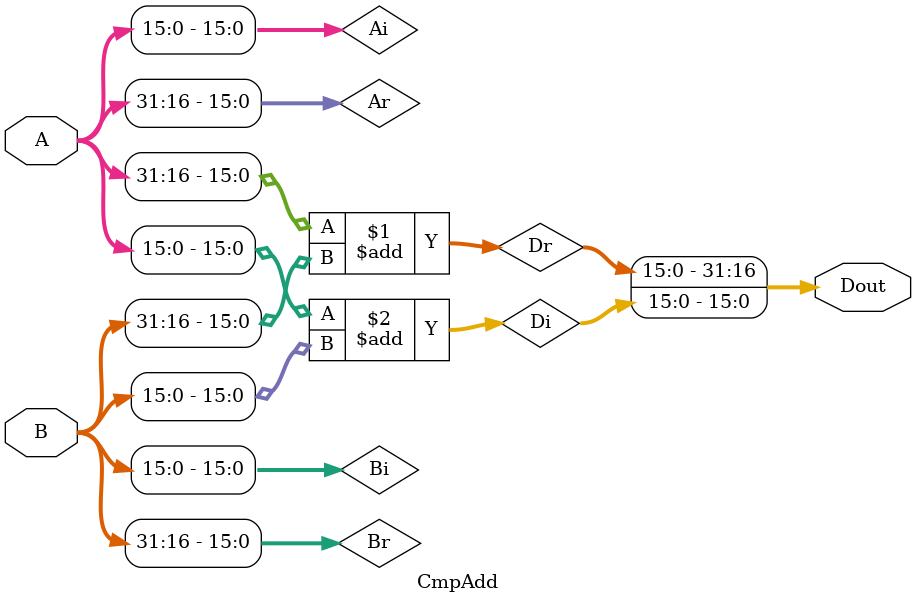
<source format=v>
module CmpAdd(A, B, Dout);
    input [31:0] A, B;
    output [31:0] Dout;
    
    wire signed [15:0] Ar, Ai, Br, Bi, Dr, Di;
    
    assign {Ar, Ai} = A;
    assign {Br, Bi} = B;
    assign Dr = Ar + Br;
    assign Di = Ai + Bi;
    assign Dout = {Dr, Di};
endmodule
</source>
